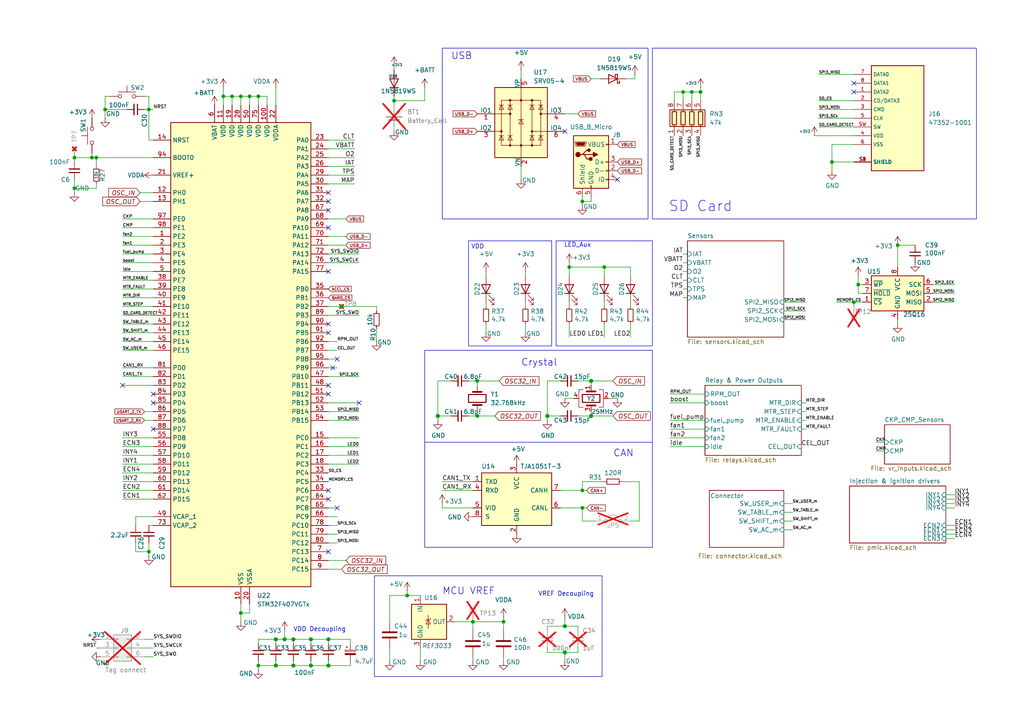
<source format=kicad_sch>
(kicad_sch (version 20241209) (generator "eeschema") (generator_version "8.99")
  (paper "A4")
  (title_block (title "μEFI (Speeduino FW compatible)") (date "2023-12-25") (rev "v7.0") (company "Churrosoft ®") (comment 1 "CERN-OHL-S-2.0 license"))
  (rectangle (start 123.19 101.6) (end 189.23 128.27))
  (rectangle (start 161.29 69.85) (end 189.23 100.33))
  (rectangle (start 189.23 13.97) (end 283.21 63.5))
  (rectangle (start 123.19 128.27) (end 189.23 158.75))
  (rectangle (start 108.585 167.005) (end 174.625 196.215))
  (rectangle (start 128.27 13.97) (end 187.96 63.5))
  (text "Crystal" (at 151.13 106.426 0) (effects (font (size 2 2)) (justify left bottom)))
  (text "VDD Decoupling" (at 85.09 183.388 0) (effects (font (size 1.27 1.27)) (justify left bottom)))
  (text "MCU VREF" (at 128.27 172.72 0) (effects (font (size 2 2)) (justify left bottom)))
  (text "VDD" (at 140.462 72.39 0) (effects (font (size 1.27 1.27)) (justify right bottom)))
  (text "LED_Aux" (at 171.45 71.882 0) (effects (font (size 1.27 1.27)) (justify right bottom)))
  (text "SD Card" (at 203.2 59.944 0) (effects (font (size 3 3))))
  (text "USB" (at 130.81 17.526 0) (effects (font (size 2 2)) (justify left bottom)))
  (text "CAN" (at 180.848 131.572 0) (effects (font (size 2 2))))
  (text "VREF Decoupling" (at 156.083 173.101 0) (effects (font (size 1.27 1.27)) (justify left bottom)))
  (junction (at 72.39 27.94))
  (junction (at 171.45 120.65) (diameter 1.016))
  (junction (at 69.85 177.8))
  (junction (at 146.05 180.34))
  (junction (at 168.91 142.24))
  (junction (at 203.2 26.67))
  (junction (at 27.94 45.72))
  (junction (at 80.01 185.42) (diameter 1.016))
  (junction (at 99.06 88.9))
  (junction (at 163.83 189.23) (diameter 1.016))
  (junction (at 137.16 180.34))
  (junction (at 138.43 110.49))
  (junction (at 175.26 77.47))
  (junction (at 168.91 147.32))
  (junction (at 74.93 193.04))
  (junction (at 200.66 26.67))
  (junction (at 80.01 193.04) (diameter 1.016))
  (junction (at 43.18 160.02))
  (junction (at 69.85 27.94))
  (junction (at 26.67 45.72))
  (junction (at 67.31 27.94))
  (junction (at 85.09 185.42) (diameter 1.016))
  (junction (at 247.65 87.63))
  (junction (at 138.43 120.65))
  (junction (at 82.55 185.42) (diameter 1.016))
  (junction (at 198.12 26.67))
  (junction (at 241.3 46.99))
  (junction (at 127 120.65) (diameter 1.016))
  (junction (at 118.11 172.72))
  (junction (at 165.1 77.47))
  (junction (at 171.45 110.49) (diameter 1.016))
  (junction (at 64.77 27.94))
  (junction (at 95.25 185.42) (diameter 1.016))
  (junction (at 95.25 193.04) (diameter 1.016))
  (junction (at 21.59 45.72))
  (junction (at 74.93 27.94))
  (junction (at 163.83 181.61) (diameter 1.016))
  (junction (at 85.09 193.04) (diameter 1.016))
  (junction (at 168.91 58.42))
  (junction (at 30.48 31.75))
  (junction (at 260.35 71.12))
  (junction (at 43.18 31.75))
  (junction (at 90.17 185.42) (diameter 1.016))
  (junction (at 158.75 120.65) (diameter 1.016))
  (junction (at 114.3 29.21))
  (junction (at 90.17 193.04) (diameter 1.016))
  (junction (at 21.59 54.61))
  (junction (at 248.92 82.55))
  (no_connect (at 95.25 93.98))
  (no_connect (at 247.65 24.13))
  (no_connect (at 95.25 66.04))
  (no_connect (at 247.65 26.67))
  (no_connect (at 104.14 116.84))
  (no_connect (at 95.25 142.24))
  (no_connect (at 44.45 116.84))
  (no_connect (at 95.25 114.3))
  (no_connect (at 95.25 96.52))
  (no_connect (at 96.52 106.68))
  (no_connect (at 35.56 111.76))
  (no_connect (at 97.79 104.14))
  (no_connect (at 95.25 58.42))
  (no_connect (at 97.79 147.32))
  (no_connect (at 95.25 78.74))
  (no_connect (at 95.25 160.02))
  (no_connect (at 95.25 60.96))
  (no_connect (at 44.45 124.46))
  (no_connect (at 95.25 55.88))
  (no_connect (at 163.83 38.1))
  (no_connect (at 179.07 52.07))
  (no_connect (at 95.25 144.78))
  (no_connect (at 44.45 114.3))
  (no_connect (at 95.25 111.76))
  (wire (pts (xy 168.91 151.13) (xy 168.91 147.32)))
  (wire (pts (xy 163.83 33.02) (xy 167.64 33.02)))
  (wire (pts (xy 41.91 190.5) (xy 44.45 190.5)))
  (wire (pts (xy 138.43 120.65) (xy 138.43 119.38)))
  (wire (pts (xy 95.25 109.22) (xy 104.14 109.22)))
  (wire (pts (xy 250.19 87.63) (xy 247.65 87.63)))
  (wire (pts (xy 198.12 76.2) (xy 199.39 76.2)))
  (wire (pts (xy 35.56 91.44) (xy 44.45 91.44)))
  (wire (pts (xy 35.56 134.62) (xy 44.45 134.62)))
  (wire (pts (xy 165.1 87.63) (xy 165.1 88.9)))
  (wire (pts (xy 274.32 144.78) (xy 276.86 144.78)))
  (wire (pts (xy 175.26 77.47) (xy 175.26 80.01)))
  (wire (pts (xy 254 130.81) (xy 256.54 130.81)))
  (wire (pts (xy 168.91 58.42) (xy 171.45 58.42)))
  (wire (pts (xy 184.15 22.86) (xy 181.61 22.86)))
  (wire (pts (xy 95.25 121.92) (xy 104.14 121.92)))
  (wire (pts (xy 232.41 116.84) (xy 233.68 116.84)))
  (wire (pts (xy 158.75 189.23) (xy 158.75 187.96)))
  (wire (pts (xy 35.56 93.98) (xy 44.45 93.98)))
  (wire (pts (xy 177.8 120.65) (xy 171.45 120.65)))
  (wire (pts (xy 95.25 91.44) (xy 104.14 91.44)))
  (wire (pts (xy 182.88 93.98) (xy 182.88 97.79)))
  (wire (pts (xy 248.92 82.55) (xy 250.19 82.55)))
  (wire (pts (xy 95.25 99.06) (xy 97.79 99.06)))
  (wire (pts (xy 184.15 21.59) (xy 184.15 22.86)))
  (wire (pts (xy 194.31 129.54) (xy 204.47 129.54)))
  (wire (pts (xy 237.49 29.21) (xy 247.65 29.21)))
  (wire (pts (xy 97.79 152.4) (xy 95.25 152.4)))
  (wire (pts (xy 227.33 146.05) (xy 229.87 146.05)))
  (wire (pts (xy 99.06 88.9) (xy 109.22 88.9)))
  (wire (pts (xy 185.42 151.13) (xy 182.88 151.13)))
  (wire (pts (xy 95.25 48.26) (xy 102.87 48.26)))
  (wire (pts (xy 163.83 181.61) (xy 167.64 181.61)))
  (wire (pts (xy 200.66 26.67) (xy 200.66 29.21)))
  (polyline (pts (xy 135.89 100.33) (xy 160.02 100.33)) (stroke (width 0.152) (type solid)))
  (wire (pts (xy 44.45 149.86) (xy 39.37 149.86)))
  (wire (pts (xy 97.79 149.86) (xy 95.25 149.86)))
  (wire (pts (xy 128.27 147.32) (xy 137.16 147.32)))
  (wire (pts (xy 27.94 45.72) (xy 44.45 45.72)))
  (wire (pts (xy 35.56 83.82) (xy 44.45 83.82)))
  (wire (pts (xy 248.92 80.01) (xy 248.92 82.55)))
  (wire (pts (xy 227.33 148.59) (xy 229.87 148.59)))
  (wire (pts (xy 39.37 149.86) (xy 39.37 152.4)))
  (wire (pts (xy 123.19 29.21) (xy 114.3 29.21)))
  (wire (pts (xy 162.56 110.49) (xy 158.75 110.49)))
  (wire (pts (xy 152.4 87.63) (xy 152.4 88.9)))
  (wire (pts (xy 31.75 27.94) (xy 30.48 27.94)))
  (wire (pts (xy 194.31 121.92) (xy 204.47 121.92)))
  (wire (pts (xy 276.86 154.94) (xy 274.32 154.94)))
  (wire (pts (xy 165.1 76.2) (xy 165.1 77.47)))
  (wire (pts (xy 95.25 147.32) (xy 97.79 147.32)))
  (wire (pts (xy 109.22 88.9) (xy 109.22 90.17)))
  (wire (pts (xy 237.49 31.75) (xy 247.65 31.75)))
  (wire (pts (xy 82.55 182.88) (xy 82.55 185.42)))
  (wire (pts (xy 95.25 53.34) (xy 102.87 53.34)))
  (wire (pts (xy 90.17 186.69) (xy 90.17 185.42)))
  (wire (pts (xy 69.85 177.8) (xy 69.85 180.34)))
  (wire (pts (xy 198.12 86.36) (xy 199.39 86.36)))
  (wire (pts (xy 80.01 25.4) (xy 80.01 30.48)))
  (wire (pts (xy 175.26 87.63) (xy 175.26 88.9)))
  (wire (pts (xy 41.91 185.42) (xy 44.45 185.42)))
  (wire (pts (xy 95.25 43.18) (xy 102.87 43.18)))
  (wire (pts (xy 74.93 193.04) (xy 80.01 193.04)))
  (wire (pts (xy 167.64 187.96) (xy 167.64 189.23)))
  (wire (pts (xy 26.67 44.45) (xy 26.67 45.72)))
  (wire (pts (xy 40.64 58.42) (xy 44.45 58.42)))
  (wire (pts (xy 35.56 68.58) (xy 44.45 68.58)))
  (wire (pts (xy 198.12 26.67) (xy 198.12 29.21)))
  (wire (pts (xy 35.56 99.06) (xy 44.45 99.06)))
  (wire (pts (xy 80.01 186.69) (xy 80.01 185.42)))
  (wire (pts (xy 180.34 139.7) (xy 185.42 139.7)))
  (wire (pts (xy 200.66 26.67) (xy 198.12 26.67)))
  (wire (pts (xy 203.2 26.67) (xy 203.2 29.21)))
  (wire (pts (xy 43.18 31.75) (xy 43.18 40.64)))
  (wire (pts (xy 274.32 147.32) (xy 276.86 147.32)))
  (wire (pts (xy 95.25 116.84) (xy 104.14 116.84)))
  (wire (pts (xy 100.33 68.58) (xy 95.25 68.58)))
  (wire (pts (xy 64.77 25.4) (xy 64.77 27.94)))
  (wire (pts (xy 74.93 194.31) (xy 74.93 193.04)))
  (wire (pts (xy 175.26 77.47) (xy 165.1 77.47)))
  (wire (pts (xy 128.27 146.05) (xy 128.27 147.32)))
  (wire (pts (xy 194.31 124.46) (xy 204.47 124.46)))
  (wire (pts (xy 276.86 153.67) (xy 274.32 153.67)))
  (wire (pts (xy 69.85 27.94) (xy 67.31 27.94)))
  (wire (pts (xy 30.48 31.75) (xy 30.48 27.94)))
  (wire (pts (xy 27.94 187.96) (xy 29.21 187.96)))
  (wire (pts (xy 146.05 180.34) (xy 146.05 182.88)))
  (wire (pts (xy 194.31 116.84) (xy 204.47 116.84)))
  (wire (pts (xy 241.3 41.91) (xy 241.3 46.99)))
  (wire (pts (xy 80.01 193.04) (xy 85.09 193.04)))
  (polyline (pts (xy 135.89 69.85) (xy 160.02 69.85)) (stroke (width 0.152) (type solid)))
  (wire (pts (xy 140.97 87.63) (xy 140.97 88.9)))
  (wire (pts (xy 237.49 34.29) (xy 247.65 34.29)))
  (wire (pts (xy 236.22 39.37) (xy 247.65 39.37)))
  (wire (pts (xy 72.39 27.94) (xy 69.85 27.94)))
  (wire (pts (xy 138.43 110.49) (xy 138.43 111.76)))
  (wire (pts (xy 182.88 87.63) (xy 182.88 88.9)))
  (wire (pts (xy 237.49 36.83) (xy 247.65 36.83)))
  (wire (pts (xy 114.3 19.05) (xy 114.3 20.32)))
  (wire (pts (xy 39.37 157.48) (xy 39.37 160.02)))
  (wire (pts (xy 35.56 81.28) (xy 44.45 81.28)))
  (wire (pts (xy 247.65 88.9) (xy 247.65 87.63)))
  (wire (pts (xy 171.45 22.86) (xy 173.99 22.86)))
  (wire (pts (xy 90.17 185.42) (xy 95.25 185.42)))
  (wire (pts (xy 21.59 45.72) (xy 21.59 46.99)))
  (wire (pts (xy 104.14 134.62) (xy 95.25 134.62)))
  (wire (pts (xy 43.18 152.4) (xy 44.45 152.4)))
  (wire (pts (xy 163.83 191.77) (xy 163.83 189.23)))
  (polyline (pts (xy 160.02 100.33) (xy 160.02 69.85)) (stroke (width 0.152) (type solid)))
  (wire (pts (xy 137.16 180.34) (xy 137.16 182.88)))
  (wire (pts (xy 241.3 49.53) (xy 241.3 46.99)))
  (wire (pts (xy 158.75 182.88) (xy 158.75 181.61)))
  (wire (pts (xy 175.26 93.98) (xy 175.26 97.79)))
  (wire (pts (xy 95.25 45.72) (xy 102.87 45.72)))
  (wire (pts (xy 248.92 85.09) (xy 248.92 82.55)))
  (wire (pts (xy 72.39 27.94) (xy 72.39 30.48)))
  (wire (pts (xy 198.12 81.28) (xy 199.39 81.28)))
  (wire (pts (xy 227.33 92.71) (xy 233.68 92.71)))
  (wire (pts (xy 260.35 77.47) (xy 260.35 71.12)))
  (wire (pts (xy 227.33 90.17) (xy 233.68 90.17)))
  (wire (pts (xy 35.56 142.24) (xy 44.45 142.24)))
  (wire (pts (xy 175.26 139.7) (xy 168.91 139.7)))
  (wire (pts (xy 128.27 142.24) (xy 137.16 142.24)))
  (wire (pts (xy 171.45 120.65) (xy 171.45 119.38)))
  (wire (pts (xy 43.18 157.48) (xy 43.18 160.02)))
  (wire (pts (xy 165.1 93.98) (xy 165.1 97.79)))
  (wire (pts (xy 163.83 189.23) (xy 158.75 189.23)))
  (wire (pts (xy 35.56 109.22) (xy 44.45 109.22)))
  (wire (pts (xy 36.83 31.75) (xy 30.48 31.75)))
  (wire (pts (xy 113.03 172.72) (xy 113.03 180.34)))
  (wire (pts (xy 101.6 185.42) (xy 95.25 185.42)))
  (wire (pts (xy 69.85 175.26) (xy 69.85 177.8)))
  (wire (pts (xy 123.19 25.4) (xy 123.19 29.21)))
  (wire (pts (xy 21.59 45.72) (xy 26.67 45.72)))
  (wire (pts (xy 185.42 139.7) (xy 185.42 151.13)))
  (wire (pts (xy 130.81 110.49) (xy 127 110.49)))
  (wire (pts (xy 101.6 186.69) (xy 101.6 185.42)))
  (wire (pts (xy 237.49 21.59) (xy 247.65 21.59)))
  (wire (pts (xy 171.45 57.15) (xy 171.45 58.42)))
  (wire (pts (xy 163.83 179.07) (xy 163.83 181.61)))
  (wire (pts (xy 274.32 146.05) (xy 276.86 146.05)))
  (wire (pts (xy 95.25 191.77) (xy 95.25 193.04)))
  (wire (pts (xy 43.18 27.94) (xy 43.18 31.75)))
  (wire (pts (xy 69.85 27.94) (xy 69.85 30.48)))
  (wire (pts (xy 35.56 139.7) (xy 44.45 139.7)))
  (wire (pts (xy 232.41 124.46) (xy 233.68 124.46)))
  (wire (pts (xy 113.03 172.72) (xy 118.11 172.72)))
  (wire (pts (xy 121.92 191.77) (xy 121.92 187.96)))
  (wire (pts (xy 67.31 30.48) (xy 67.31 27.94)))
  (wire (pts (xy 198.12 83.82) (xy 199.39 83.82)))
  (wire (pts (xy 140.97 78.74) (xy 140.97 80.01)))
  (wire (pts (xy 276.86 152.4) (xy 274.32 152.4)))
  (wire (pts (xy 95.25 127) (xy 104.14 127)))
  (wire (pts (xy 168.91 147.32) (xy 170.18 147.32)))
  (wire (pts (xy 95.25 129.54) (xy 104.14 129.54)))
  (wire (pts (xy 85.09 193.04) (xy 90.17 193.04)))
  (wire (pts (xy 95.25 119.38) (xy 104.14 119.38)))
  (wire (pts (xy 35.56 137.16) (xy 44.45 137.16)))
  (wire (pts (xy 276.86 156.21) (xy 274.32 156.21)))
  (wire (pts (xy 95.25 157.48) (xy 97.79 157.48)))
  (wire (pts (xy 127 121.92) (xy 127 120.65)))
  (wire (pts (xy 128.27 139.7) (xy 137.16 139.7)))
  (wire (pts (xy 95.25 154.94) (xy 97.79 154.94)))
  (wire (pts (xy 168.91 142.24) (xy 170.18 142.24)))
  (wire (pts (xy 74.93 185.42) (xy 80.01 185.42)))
  (wire (pts (xy 158.75 181.61) (xy 163.83 181.61)))
  (wire (pts (xy 232.41 119.38) (xy 233.68 119.38)))
  (wire (pts (xy 241.3 46.99) (xy 247.65 46.99)))
  (wire (pts (xy 152.4 78.74) (xy 152.4 80.01)))
  (wire (pts (xy 113.03 187.96) (xy 113.03 191.77)))
  (wire (pts (xy 35.56 78.74) (xy 44.45 78.74)))
  (wire (pts (xy 260.35 71.12) (xy 265.43 71.12)))
  (wire (pts (xy 35.56 144.78) (xy 44.45 144.78)))
  (wire (pts (xy 72.39 177.8) (xy 69.85 177.8)))
  (wire (pts (xy 260.35 92.71) (xy 260.35 93.98)))
  (wire (pts (xy 168.91 139.7) (xy 168.91 142.24)))
  (wire (pts (xy 40.64 55.88) (xy 44.45 55.88)))
  (wire (pts (xy 227.33 151.13) (xy 229.87 151.13)))
  (wire (pts (xy 165.1 77.47) (xy 165.1 80.01)))
  (wire (pts (xy 101.6 191.77) (xy 101.6 193.04)))
  (wire (pts (xy 74.93 185.42) (xy 74.93 186.69)))
  (wire (pts (xy 44.45 40.64) (xy 43.18 40.64)))
  (wire (pts (xy 270.51 87.63) (xy 276.86 87.63)))
  (wire (pts (xy 270.51 85.09) (xy 276.86 85.09)))
  (wire (pts (xy 195.58 26.67) (xy 195.58 29.21)))
  (wire (pts (xy 21.59 52.07) (xy 21.59 54.61)))
  (wire (pts (xy 203.2 25.4) (xy 203.2 26.67)))
  (wire (pts (xy 162.56 142.24) (xy 168.91 142.24)))
  (wire (pts (xy 27.94 54.61) (xy 21.59 54.61)))
  (wire (pts (xy 227.33 87.63) (xy 233.68 87.63)))
  (wire (pts (xy 64.77 27.94) (xy 64.77 30.48)))
  (wire (pts (xy 27.94 45.72) (xy 26.67 45.72)))
  (wire (pts (xy 167.64 181.61) (xy 167.64 182.88)))
  (wire (pts (xy 90.17 191.77) (xy 90.17 193.04)))
  (wire (pts (xy 151.13 20.32) (xy 151.13 22.86)))
  (wire (pts (xy 109.22 95.25) (xy 109.22 99.06)))
  (wire (pts (xy 43.18 160.02) (xy 43.18 161.29)))
  (wire (pts (xy 177.8 110.49) (xy 171.45 110.49)))
  (wire (pts (xy 232.41 121.92) (xy 233.68 121.92)))
  (wire (pts (xy 85.09 191.77) (xy 85.09 193.04)))
  (wire (pts (xy 198.12 73.66) (xy 199.39 73.66)))
  (wire (pts (xy 137.16 191.77) (xy 137.16 190.5)))
  (wire (pts (xy 168.91 58.42) (xy 168.91 57.15)))
  (wire (pts (xy 44.45 106.68) (xy 35.56 106.68)))
  (wire (pts (xy 35.56 132.08) (xy 44.45 132.08)))
  (wire (pts (xy 100.33 71.12) (xy 95.25 71.12)))
  (wire (pts (xy 97.79 101.6) (xy 95.25 101.6)))
  (wire (pts (xy 171.45 110.49) (xy 171.45 111.76)))
  (wire (pts (xy 114.3 27.94) (xy 114.3 29.21)))
  (wire (pts (xy 44.45 121.92) (xy 41.91 121.92)))
  (wire (pts (xy 95.25 50.8) (xy 102.87 50.8)))
  (wire (pts (xy 74.93 191.77) (xy 74.93 193.04)))
  (wire (pts (xy 95.25 73.66) (xy 104.14 73.66)))
  (wire (pts (xy 95.25 193.04) (xy 90.17 193.04)))
  (wire (pts (xy 95.25 162.56) (xy 100.33 162.56)))
  (wire (pts (xy 30.48 34.29) (xy 30.48 31.75)))
  (wire (pts (xy 35.56 71.12) (xy 44.45 71.12)))
  (wire (pts (xy 198.12 78.74) (xy 199.39 78.74)))
  (wire (pts (xy 21.59 54.61) (xy 21.59 55.88)))
  (wire (pts (xy 35.56 101.6) (xy 44.45 101.6)))
  (wire (pts (xy 179.07 115.57) (xy 176.53 115.57)))
  (wire (pts (xy 135.89 120.65) (xy 138.43 120.65)))
  (wire (pts (xy 35.56 111.76) (xy 44.45 111.76)))
  (wire (pts (xy 137.16 180.34) (xy 146.05 180.34)))
  (wire (pts (xy 151.13 48.26) (xy 151.13 52.07)))
  (wire (pts (xy 100.33 63.5) (xy 95.25 63.5)))
  (wire (pts (xy 97.79 104.14) (xy 95.25 104.14)))
  (wire (pts (xy 35.56 73.66) (xy 44.45 73.66)))
  (wire (pts (xy 77.47 27.94) (xy 77.47 30.48)))
  (wire (pts (xy 200.66 26.67) (xy 203.2 26.67)))
  (wire (pts (xy 35.56 129.54) (xy 44.45 129.54)))
  (wire (pts (xy 72.39 175.26) (xy 72.39 177.8)))
  (wire (pts (xy 167.64 110.49) (xy 171.45 110.49)))
  (wire (pts (xy 114.3 29.21) (xy 114.3 30.48)))
  (wire (pts (xy 27.94 53.34) (xy 27.94 54.61)))
  (wire (pts (xy 194.31 114.3) (xy 204.47 114.3)))
  (wire (pts (xy 41.91 119.38) (xy 44.45 119.38)))
  (wire (pts (xy 140.97 96.52) (xy 140.97 93.98)))
  (wire (pts (xy 146.05 191.77) (xy 146.05 190.5)))
  (wire (pts (xy 168.91 59.69) (xy 168.91 58.42)))
  (wire (pts (xy 27.94 48.26) (xy 27.94 45.72)))
  (wire (pts (xy 167.64 189.23) (xy 163.83 189.23)))
  (wire (pts (xy 80.01 185.42) (xy 82.55 185.42)))
  (wire (pts (xy 35.56 88.9) (xy 44.45 88.9)))
  (wire (pts (xy 95.25 132.08) (xy 104.14 132.08)))
  (wire (pts (xy 242.57 87.63) (xy 247.65 87.63)))
  (wire (pts (xy 143.51 120.65) (xy 138.43 120.65)))
  (wire (pts (xy 85.09 185.42) (xy 90.17 185.42)))
  (wire (pts (xy 182.88 77.47) (xy 175.26 77.47)))
  (wire (pts (xy 146.05 179.07) (xy 146.05 180.34)))
  (wire (pts (xy 35.56 86.36) (xy 44.45 86.36)))
  (wire (pts (xy 21.59 43.18) (xy 21.59 45.72)))
  (wire (pts (xy 162.56 147.32) (xy 168.91 147.32)))
  (wire (pts (xy 95.25 76.2) (xy 104.14 76.2)))
  (wire (pts (xy 41.91 187.96) (xy 44.45 187.96)))
  (wire (pts (xy 35.56 63.5) (xy 44.45 63.5)))
  (wire (pts (xy 44.45 31.75) (xy 43.18 31.75)))
  (wire (pts (xy 39.37 160.02) (xy 43.18 160.02)))
  (wire (pts (xy 121.92 172.72) (xy 118.11 172.72)))
  (wire (pts (xy 254 128.27) (xy 256.54 128.27)))
  (wire (pts (xy 95.25 88.9) (xy 99.06 88.9)))
  (wire (pts (xy 118.11 171.45) (xy 118.11 172.72)))
  (wire (pts (xy 250.19 85.09) (xy 248.92 85.09)))
  (wire (pts (xy 135.89 110.49) (xy 138.43 110.49)))
  (wire (pts (xy 195.58 26.67) (xy 198.12 26.67)))
  (wire (pts (xy 163.83 115.57) (xy 166.37 115.57)))
  (wire (pts (xy 158.75 110.49) (xy 158.75 120.65)))
  (wire (pts (xy 35.56 66.04) (xy 44.45 66.04)))
  (wire (pts (xy 95.25 185.42) (xy 95.25 186.69)))
  (wire (pts (xy 80.01 191.77) (xy 80.01 193.04)))
  (wire (pts (xy 67.31 27.94) (xy 64.77 27.94)))
  (polyline (pts (xy 135.89 69.85) (xy 135.89 100.33)) (stroke (width 0.152) (type solid)))
  (wire (pts (xy 144.78 110.49) (xy 138.43 110.49)))
  (wire (pts (xy 127 120.65) (xy 130.81 120.65)))
  (wire (pts (xy 41.91 27.94) (xy 43.18 27.94)))
  (wire (pts (xy 127 110.49) (xy 127 120.65)))
  (wire (pts (xy 274.32 143.51) (xy 276.86 143.51)))
  (wire (pts (xy 172.72 151.13) (xy 168.91 151.13)))
  (wire (pts (xy 101.6 193.04) (xy 95.25 193.04)))
  (wire (pts (xy 95.25 165.1) (xy 99.06 165.1)))
  (wire (pts (xy 270.51 82.55) (xy 276.86 82.55)))
  (wire (pts (xy 158.75 120.65) (xy 162.56 120.65)))
  (wire (pts (xy 82.55 185.42) (xy 85.09 185.42)))
  (wire (pts (xy 132.08 180.34) (xy 137.16 180.34)))
  (wire (pts (xy 227.33 153.67) (xy 229.87 153.67)))
  (wire (pts (xy 35.56 76.2) (xy 44.45 76.2)))
  (wire (pts (xy 167.64 120.65) (xy 171.45 120.65)))
  (wire (pts (xy 95.25 40.64) (xy 102.87 40.64)))
  (wire (pts (xy 247.65 41.91) (xy 241.3 41.91)))
  (wire (pts (xy 35.56 127) (xy 44.45 127)))
  (wire (pts (xy 74.93 27.94) (xy 74.93 30.48)))
  (wire (pts (xy 74.93 27.94) (xy 72.39 27.94)))
  (wire (pts (xy 152.4 96.52) (xy 152.4 93.98)))
  (wire (pts (xy 182.88 77.47) (xy 182.88 80.01)))
  (wire (pts (xy 35.56 96.52) (xy 44.45 96.52)))
  (wire (pts (xy 43.18 31.75) (xy 41.91 31.75)))
  (wire (pts (xy 97.79 106.68) (xy 95.25 106.68)))
  (wire (pts (xy 77.47 27.94) (xy 74.93 27.94)))
  (wire (pts (xy 194.31 127) (xy 204.47 127)))
  (wire (pts (xy 158.75 121.92) (xy 158.75 120.65)))
  (wire (pts (xy 85.09 186.69) (xy 85.09 185.42)))
  (label "SPI2_SCK" (at 233.68 90.17 180) (effects (font (size 0.7874 0.7874))))
  (label "MTR_STEP" (at 35.56 88.9 0) (effects (font (size 0.8 0.8))))
  (label "SW_SHIFT_m" (at 35.56 96.52 0) (effects (font (size 0.8 0.8))))
  (label "ECN4" (at 35.56 137.16 0))
  (label "MTR_DIR" (at 233.68 116.84 0) (effects (font (size 0.889 0.889))))
  (label "INY4" (at 35.56 132.08 0))
  (label "SYS_SWDIO" (at 44.45 185.42 0) (effects (font (size 0.9906 0.9906))))
  (label "SPI3_MOSI" (at 198.12 39.37 270) (effects (font (size 0.7874 0.7874))))
  (label "ECN4" (at 276.86 156.21 0))
  (label "fuel_pump" (at 35.56 73.66 0) (effects (font (size 0.8 0.8))))
  (label "SPI2_SCK" (at 104.14 109.22 180) (effects (font (size 0.7874 0.7874))))
  (label "MTR_FAULT" (at 35.56 83.82 0) (effects (font (size 0.8 0.8))))
  (label "fuel_pump" (at 194.31 121.92 0))
  (label "SYS_SWCLK" (at 44.45 187.96 0) (effects (font (size 0.9906 0.9906))))
  (label "SD_CS" (at 237.49 29.21 0) (effects (font (size 0.7874 0.7874))))
  (label "SW_SHIFT_m" (at 229.87 151.13 0) (effects (font (size 0.8 0.8))))
  (label "IAT" (at 198.12 73.66 180))
  (label "ECN1" (at 35.56 144.78 0))
  (label "ECN3" (at 276.86 154.94 0))
  (label "CMP" (at 35.56 66.04 0) (effects (font (size 0.889 0.889))))
  (label "SYS_SWO" (at 104.14 91.44 180) (effects (font (size 0.9906 0.9906))))
  (label "INY1" (at 276.86 143.51 0))
  (label "CEL_OUT" (at 232.41 129.54 0))
  (label "SW_TABLE_m" (at 229.87 148.59 0) (effects (font (size 0.8 0.8))))
  (label "SW_USER_m" (at 35.56 101.6 0) (effects (font (size 0.8 0.8))))
  (label "SPI3_MOSI" (at 97.79 157.48 0) (effects (font (size 0.7874 0.7874))))
  (label "SPI3_MOSI" (at 237.49 31.75 0) (effects (font (size 0.7874 0.7874))))
  (label "SPI3_SCk" (at 97.79 152.4 0) (effects (font (size 0.7874 0.7874))))
  (label "CKP" (at 35.56 63.5 0) (effects (font (size 0.889 0.889))))
  (label "SPI3_SCk" (at 200.66 39.37 270) (effects (font (size 0.7874 0.7874))))
  (label "IAT" (at 102.87 48.26 180))
  (label "VBATT" (at 102.87 43.18 180))
  (label "MTR_ENABLE" (at 233.68 121.92 0) (effects (font (size 0.889 0.889))))
  (label "idle" (at 194.31 129.54 0))
  (label "CKP" (at 254 128.27 0) (effects (font (size 0.889 0.889))))
  (label "CLT" (at 198.12 81.28 180))
  (label "INY3" (at 276.86 146.05 0))
  (label "SW_TABLE_m" (at 35.56 93.98 0) (effects (font (size 0.8 0.8))))
  (label "ECN3" (at 35.56 129.54 0))
  (label "VBATT" (at 198.12 76.2 180))
  (label "SPI2_MOSI" (at 276.86 85.09 180) (effects (font (size 0.7874 0.7874))))
  (label "NRST" (at 27.94 187.96 180) (effects (font (size 0.9906 0.9906))))
  (label "SPI3_MISO" (at 237.49 21.59 0) (effects (font (size 0.7874 0.7874))))
  (label "CAN1_TX" (at 128.27 139.7 0))
  (label "ECN2" (at 35.56 142.24 0))
  (label "CAN1_RX" (at 128.27 142.24 0))
  (label "MEMORY_CS" (at 242.57 87.63 0) (effects (font (size 0.8 0.8))))
  (label "LED2" (at 104.14 134.62 180) (effects (font (size 0.889 0.889))))
  (label "MTR_DIR" (at 35.56 86.36 0) (effects (font (size 0.8 0.8))))
  (label "SYS_SWO" (at 44.45 190.5 0) (effects (font (size 0.9906 0.9906))))
  (label "MTR_FAULT" (at 233.68 124.46 0) (effects (font (size 0.889 0.889))))
  (label "MAP" (at 198.12 86.36 180))
  (label "SD_CARD_DETECT" (at 237.49 36.83 0) (effects (font (size 0.7874 0.7874))))
  (label "LED0" (at 165.1 97.79 0))
  (label "SPI2_MISO" (at 104.14 119.38 180) (effects (font (size 0.7874 0.7874))))
  (label "INY2" (at 35.56 139.7 0))
  (label "RPM_OUT" (at 97.79 99.06 0) (effects (font (size 0.889 0.889))))
  (label "CAN1_RX" (at 35.56 106.68 0) (effects (font (size 0.889 0.889))))
  (label "SYS_SWCLK" (at 104.14 76.2 180) (effects (font (size 0.9906 0.9906))))
  (label "TPS" (at 198.12 83.82 180))
  (label "SPI3_MISO" (at 97.79 154.94 0) (effects (font (size 0.7874 0.7874))))
  (label "SD_CS" (at 95.25 137.16 0) (effects (font (size 0.7874 0.7874))))
  (label "boost" (at 194.31 116.84 0))
  (label "CMP" (at 254 130.81 0) (effects (font (size 0.889 0.889))))
  (label "O2" (at 102.87 45.72 180))
  (label "LED0" (at 104.14 129.54 180) (effects (font (size 0.889 0.889))))
  (label "SPI2_MOSI" (at 104.14 121.92 180) (effects (font (size 0.7874 0.7874))))
  (label "MEMORY_CS" (at 95.25 139.7 0) (effects (font (size 0.8 0.8))))
  (label "LED1" (at 175.26 97.79 180))
  (label "fan2" (at 194.31 127 0))
  (label "SPI2_MISO" (at 276.86 87.63 180) (effects (font (size 0.7874 0.7874))))
  (label "SPI2_MISO" (at 233.68 87.63 180) (effects (font (size 0.7874 0.7874))))
  (label "idle" (at 35.56 78.74 0) (effects (font (size 0.8 0.8))))
  (label "SW_USER_m" (at 229.87 146.05 0) (effects (font (size 0.8 0.8))))
  (label "O2" (at 198.12 78.74 180))
  (label "SPI2_SCK" (at 276.86 82.55 180) (effects (font (size 0.7874 0.7874))))
  (label "SD_CARD_DETECT" (at 195.58 39.37 270) (effects (font (size 0.7874 0.7874))))
  (label "MAP" (at 102.87 53.34 180))
  (label "CAN1_TX" (at 35.56 109.22 0) (effects (font (size 0.889 0.889))))
  (label "INY3" (at 35.56 127 0))
  (label "MTR_ENABLE" (at 35.56 81.28 0) (effects (font (size 0.8 0.8))))
  (label "fan1" (at 35.56 71.12 0) (effects (font (size 0.8 0.8))))
  (label "ECN2" (at 276.86 153.67 0))
  (label "INY4" (at 276.86 147.32 0))
  (label "SD_CARD_DETECT" (at 35.56 91.44 0) (effects (font (size 0.7874 0.7874))))
  (label "SYS_SWDIO" (at 104.14 73.66 180) (effects (font (size 0.9906 0.9906))))
  (label "INY1" (at 35.56 134.62 0))
  (label "SW_AC_m" (at 35.56 99.06 0) (effects (font (size 0.8 0.8))))
  (label "SPI3_MISO" (at 203.2 39.37 270) (effects (font (size 0.7874 0.7874))))
  (label "LED1" (at 104.14 132.08 180) (effects (font (size 0.889 0.889))))
  (label "LED2" (at 182.88 97.79 180))
  (label "CEL_OUT" (at 97.79 101.6 0) (effects (font (size 0.8 0.8))))
  (label "fan2" (at 35.56 68.58 0) (effects (font (size 0.8 0.8))))
  (label "SPI2_MOSI" (at 233.68 92.71 180) (effects (font (size 0.7874 0.7874))))
  (label "CLT" (at 102.87 40.64 180))
  (label "boost" (at 35.56 76.2 0) (effects (font (size 0.8 0.8))))
  (label "INY2" (at 276.86 144.78 0))
  (label "NRST" (at 44.45 31.75 0) (effects (font (size 0.9906 0.9906))))
  (label "MTR_STEP" (at 233.68 119.38 0) (effects (font (size 0.889 0.889))))
  (label "ECN1" (at 276.86 152.4 0))
  (label "SPI3_SCk" (at 237.49 34.29 0) (effects (font (size 0.7874 0.7874))))
  (label "SW_AC_m" (at 229.87 153.67 0) (effects (font (size 0.8 0.8))))
  (label "TPS" (at 102.87 50.8 180))
  (label "fan1" (at 194.31 124.46 0))
  (label "RPM_OUT" (at 194.31 114.3 0) (effects (font (size 0.889 0.889))))
  (global_label "OSC_IN" (shape input) (at 40.64 55.88 180) (effects (font (italic yes))) (property "Intersheetrefs" "${INTERSHEET_REFS}" (effects (hide yes))))
  (global_label "OSC32_IN" (shape input) (at 144.78 110.49 0) (effects (font (italic yes))) (property "Intersheetrefs" "${INTERSHEET_REFS}" (effects (hide yes))))
  (global_label "USB_D-" (shape input) (at 100.33 68.58 0) (effects (font (size 0.889 0.889))) (property "Intersheetrefs" "${INTERSHEET_REFS}" (effects (hide yes))))
  (global_label "USB_D+" (shape input) (at 100.33 71.12 0) (effects (font (size 0.889 0.889))) (property "Intersheetrefs" "${INTERSHEET_REFS}" (effects (hide yes))))
  (global_label "USB_D+" (shape input) (at 179.07 46.99 0) (effects (font (size 0.889 0.889))) (property "Intersheetrefs" "${INTERSHEET_REFS}" (effects (hide yes))))
  (global_label "VBUS" (shape input) (at 100.33 63.5 0) (effects (font (size 0.889 0.889))) (property "Intersheetrefs" "${INTERSHEET_REFS}" (effects (hide yes))))
  (global_label "OSC_OUT" (shape input) (at 40.64 58.42 180) (effects (font (italic yes))) (property "Intersheetrefs" "${INTERSHEET_REFS}" (effects (hide yes))))
  (global_label "USB_D-" (shape input) (at 138.43 33.02 180) (effects (font (size 0.889 0.889))) (property "Intersheetrefs" "${INTERSHEET_REFS}" (effects (hide yes))))
  (global_label "VBUS" (shape input) (at 167.64 33.02 0) (effects (font (size 0.889 0.889))) (property "Intersheetrefs" "${INTERSHEET_REFS}" (effects (hide yes))))
  (global_label "BARO_CS" (shape input) (at 95.25 86.36 0) (effects (font (size 0.8 0.8))) (property "Intersheetrefs" "${INTERSHEET_REFS}" (effects (hide yes))))
  (global_label "USB_D-" (shape input) (at 179.07 49.53 0) (effects (font (size 0.889 0.889))) (property "Intersheetrefs" "${INTERSHEET_REFS}" (effects (hide yes))))
  (global_label "ACCL_CS" (shape input) (at 95.25 83.82 0) (effects (font (size 0.8 0.8))) (property "Intersheetrefs" "${INTERSHEET_REFS}" (effects (hide yes))))
  (global_label "USART_2_TX" (shape input) (at 41.91 119.38 180) (effects (font (size 0.8 0.8))) (property "Intersheetrefs" "${INTERSHEET_REFS}" (effects (hide yes))))
  (global_label "USART_2_RX" (shape input) (at 41.91 121.92 180) (effects (font (size 0.8 0.8))) (property "Intersheetrefs" "${INTERSHEET_REFS}" (effects (hide yes))))
  (global_label "OSC32_IN" (shape input) (at 100.33 162.56 0) (effects (font (italic yes))) (property "Intersheetrefs" "${INTERSHEET_REFS}" (effects (hide yes))))
  (global_label "OSC_OUT" (shape input) (at 177.8 120.65 0) (effects (font (italic yes))) (property "Intersheetrefs" "${INTERSHEET_REFS}" (effects (hide yes))))
  (global_label "CAN-" (shape input) (at 170.18 147.32 0) (effects (font (size 0.889 0.889))) (property "Intersheetrefs" "${INTERSHEET_REFS}" (effects (hide yes))))
  (global_label "OSC32_OUT" (shape input) (at 99.06 165.1 0) (effects (font (italic yes))) (property "Intersheetrefs" "${INTERSHEET_REFS}" (effects (hide yes))))
  (global_label "CAN+" (shape input) (at 170.18 142.24 0) (effects (font (size 0.889 0.889))) (property "Intersheetrefs" "${INTERSHEET_REFS}" (effects (hide yes))))
  (global_label "OSC32_OUT" (shape input) (at 143.51 120.65 0) (effects (font (italic yes))) (property "Intersheetrefs" "${INTERSHEET_REFS}" (effects (hide yes))))
  (global_label "OSC_IN" (shape input) (at 177.8 110.49 0) (effects (font (italic yes))) (property "Intersheetrefs" "${INTERSHEET_REFS}" (effects (hide yes))))
  (global_label "VBUS" (shape input) (at 179.07 41.91 0) (effects (font (size 0.889 0.889))) (property "Intersheetrefs" "${INTERSHEET_REFS}" (effects (hide yes))))
  (global_label "USB_D+" (shape input) (at 138.43 38.1 180) (effects (font (size 0.889 0.889))) (property "Intersheetrefs" "${INTERSHEET_REFS}" (effects (hide yes))))
  (global_label "VBUS" (shape input) (at 171.45 22.86 180) (effects (font (size 0.889 0.889))) (property "Intersheetrefs" "${INTERSHEET_REFS}" (effects (hide yes))))
  (symbol (lib_name "GND_12") (lib_id "power:GND") (at 149.86 154.94 0) (unit 1)
    (property "Reference" "#PWR076" (effects (hide yes)))
    (property "Value" "GND" (effects (hide yes)))
    (property "Description" "Power symbol creates a global label with name \"GND\" , ground" (effects (hide yes)))
  )
  (symbol (lib_id "power:+3V3") (at 29.21 185.42 90) (unit 1)
    (property "Reference" "#PWR0121" (effects (hide yes)))
    (property "Value" "+3V3" (at 30.48 184.15 90) (effects (justify left)))
    (property "Description" "Power symbol creates a global label with name \"+3V3\"" (effects (hide yes)))
  )
  (symbol (lib_id "Power_Protection:SRV05-4") (at 151.13 35.56 0) (unit 1)
    (property "Reference" "U17" (at 154.7561 20.955 0) (effects (justify left)))
    (property "Value" "SRV05-4" (at 154.7561 23.495 0) (effects (justify left)))
    (property "Footprint" "Package_TO_SOT_SMD:SOT-23-6" (effects (hide yes)))
    (property "Datasheet" "http://www.onsemi.com/pub/Collateral/SRV05-4-D.PDF" (effects (hide yes)))
    (property "LCSC" "C85364" (effects (hide yes)))
    (property "STOCK" "DIO-000361-00" (effects (hide yes)))
  )
  (symbol (lib_name "GND_1") (lib_id "power:GND") (at 140.97 96.52 0) (unit 1)
    (property "Reference" "#PWR063" (effects (hide yes)))
    (property "Value" "GND" (at 143.256 96.774 0))
    (property "Description" "Power symbol creates a global label with name \"GND\" , ground" (effects (hide yes)))
  )
  (symbol (lib_id "Device:C_Small") (at 158.75 185.42 0) (unit 1) (in_bom no) (on_board no) (dnp yes)
    (property "Reference" "C32" (at 156.972 180.34 0) (effects (justify left)))
    (property "Value" "100nF" (at 160.02 187.96 0) (effects (justify left)))
    (property "Footprint" "Capacitor_SMD:C_0805_2012Metric" (effects (hide yes)))
    (property "LCSC" "C49678" (effects (hide yes)))
    (property "STOCK" "CAP-000175-00" (effects (hide yes)))
  )
  (symbol (lib_id "Device:C_Small") (at 39.37 154.94 0) (unit 1)
    (property "Reference" "C26" (at 40.894 159.512 90) (effects (justify left)))
    (property "Value" "2.2uF" (at 32.004 155.194 0) (effects (justify left)))
    (property "Footprint" "Capacitor_SMD:C_0805_2012Metric" (effects (hide yes)))
    (property "Note" "Low ESR <2Ohm" (effects (hide yes)))
    (property "LCSC" "C377773" (effects (hide yes)))
    (property "STOCK" "CAP-000176-00" (effects (hide yes)))
  )
  (symbol (lib_name "GND_9") (lib_id "power:GND") (at 179.07 115.57 0) (unit 1)
    (property "Reference" "#PWR097" (effects (hide yes)))
    (property "Value" "GND" (at 181.102 114.554 0) (effects (justify right)))
    (property "Description" "Power symbol creates a global label with name \"GND\" , ground" (effects (hide yes)))
  )
  (symbol (lib_id "Device:R_Small") (at 140.97 91.44 0) (unit 1)
    (property "Reference" "R37" (at 142.4687 90.2906 0) (effects (justify left)))
    (property "Value" "4.7k" (at 142.4687 92.5893 0) (effects (justify left)))
    (property "Footprint" "Resistor_SMD:R_0603_1608Metric" (effects (hide yes)))
    (property "LCSC" "C23162" (effects (hide yes)))
    (property "STOCK" "RES-000117-00" (effects (hide yes)))
  )
  (symbol (lib_id "Switch:SW_Push") (at 36.83 27.94 0) (unit 1)
    (property "Reference" "SW2" (at 41.91 25.4 0) (effects (justify right)))
    (property "Value" "SW_Push" (effects (hide yes)))
    (property "Footprint" "Button_Switch_SMD:SW_SPST_CK_RS282G05A3" (effects (hide yes)))
    (property "LCSC" "C2888955" (effects (hide yes)))
  )
  (symbol (lib_id "Device:R_Small") (at 177.8 139.7 270) (unit 1)
    (property "Reference" "R31" (at 172.72 138.43 90))
    (property "Value" "120R" (at 177.8 137.16 90))
    (property "Footprint" "Resistor_SMD:R_1206_3216Metric" (effects (hide yes)))
    (property "LCSC" "C144469" (effects (hide yes)))
    (property "STOCK" "RES-000343-00" (effects (hide yes)))
  )
  (symbol (lib_id "Device:R_Small") (at 182.88 91.44 0) (unit 1)
    (property "Reference" "R44" (at 184.3787 90.2906 0) (effects (justify left)))
    (property "Value" "4.7k" (at 184.3787 92.5893 0) (effects (justify left)))
    (property "Footprint" "Resistor_SMD:R_0603_1608Metric" (effects (hide yes)))
    (property "LCSC" "C23162" (effects (hide yes)))
    (property "STOCK" "RES-000117-00" (effects (hide yes)))
  )
  (symbol (lib_name "GND_3") (lib_id "power:GND") (at 69.85 180.34 0) (unit 1)
    (property "Reference" "#PWR082" (effects (hide yes)))
    (property "Value" "GND" (at 72.644 180.594 0))
    (property "Description" "Power symbol creates a global label with name \"GND\" , ground" (effects (hide yes)))
  )
  (symbol (lib_id "power:+5V") (at 149.86 134.62 0) (unit 1)
    (property "Reference" "#PWR075" (effects (hide yes)))
    (property "Value" "+5V" (at 150.241 130.2258 0))
    (property "Description" "Power symbol creates a global label with name \"+5V\"" (effects (hide yes)))
  )
  (symbol (lib_id "Device:C_Small") (at 43.18 154.94 0) (unit 1)
    (property "Reference" "C29" (at 46.99 159.512 90) (effects (justify left)))
    (property "Value" "2.2uF" (effects (hide yes)))
    (property "Footprint" "Capacitor_SMD:C_0805_2012Metric" (effects (hide yes)))
    (property "Note" "Low ESR <2Ohm" (effects (hide yes)))
    (property "LCSC" "C377773" (effects (hide yes)))
    (property "STOCK" "CAP-000176-00" (effects (hide yes)))
  )
  (symbol (lib_name "GND_3") (lib_id "power:GND") (at 121.92 191.77 0) (unit 1)
    (property "Reference" "#PWR079" (effects (hide yes)))
    (property "Value" "GND" (at 124.714 192.024 0))
    (property "Description" "Power symbol creates a global label with name \"GND\" , ground" (effects (hide yes)))
  )
  (symbol (lib_id "Device:Crystal") (at 138.43 115.57 90) (unit 1)
    (property "Reference" "Y1" (at 142.24 114.3 90) (effects (justify right)))
    (property "Value" "32.768kHz" (at 142.24 116.84 90) (effects (justify right)))
    (property "Footprint" "Crystal:Crystal_SMD_2012-2Pin_2.0x1.2mm" (effects (hide yes)))
    (property "LCSC" "C5381473" (effects (hide yes)))
    (property "STOCK" "CLK-000364-00" (effects (hide yes)))
  )
  (symbol (lib_name "GND_13") (lib_id "power:GND") (at 74.93 194.31 0) (unit 1)
    (property "Reference" "#PWR088" (effects (hide yes)))
    (property "Value" "GND" (at 71.374 195.326 0))
    (property "Description" "Power symbol creates a global label with name \"GND\" , ground" (effects (hide yes)))
  )
  (symbol (lib_name "GND_2") (lib_id "power:GND") (at 163.83 191.77 0) (unit 1)
    (property "Reference" "#PWR071" (effects (hide yes)))
    (property "Value" "GND" (at 166.116 191.77 0))
    (property "Description" "Power symbol creates a global label with name \"GND\" , ground" (effects (hide yes)))
  )
  (symbol (lib_name "GND_1") (lib_id "power:GND") (at 168.91 59.69 0) (unit 1)
    (property "Reference" "#PWR054" (effects (hide yes)))
    (property "Value" "GND" (at 171.196 59.944 0))
    (property "Description" "Power symbol creates a global label with name \"GND\" , ground" (effects (hide yes)))
  )
  (symbol (lib_id "Device:C_Small") (at 80.01 189.23 0) (unit 1)
    (property "Reference" "C33" (at 80.01 187.96 0) (effects (justify left)))
    (property "Value" "100nF" (effects (hide yes)))
    (property "Footprint" "Capacitor_SMD:C_0805_2012Metric" (effects (hide yes)))
    (property "LCSC" "C49678" (effects (hide yes)))
    (property "STOCK" "CAP-000175-00" (effects (hide yes)))
  )
  (symbol (lib_id "Memory_EEPROM:25LCxxx") (at 260.35 85.09 0) (unit 1)
    (property "Reference" "U15" (at 253.492 78.74 0))
    (property "Value" "25Q16" (at 265.176 91.186 0))
    (property "Footprint" "Package_SO:SOIC-8_5.275x5.275mm_P1.27mm" (effects (hide yes)))
    (property "Datasheet" "http://ww1.microchip.com/downloads/en/DeviceDoc/21832H.pdf" (effects (hide yes)))
    (property "LCSC" "C82317" (effects (hide yes)))
    (property "STOCK" "ICS-000015-00" (effects (hide yes)))
  )
  (symbol (lib_id "Device:C_Small") (at 133.35 110.49 270) (unit 1)
    (property "Reference" "C40" (at 130.81 109.22 90))
    (property "Value" "6.8pF" (at 137.16 109.22 90))
    (property "Footprint" "Capacitor_SMD:C_0805_2012Metric" (effects (hide yes)))
    (property "LCSC" "C282251" (effects (hide yes)))
    (property "STOCK" "CAP-000329-00" (effects (hide yes)))
  )
  (symbol (lib_id "Device:C_Small") (at 133.35 120.65 270) (unit 1)
    (property "Reference" "C41" (at 130.81 119.38 90))
    (property "Value" "6.8pF" (at 137.16 119.38 90))
    (property "Footprint" "Capacitor_SMD:C_0805_2012Metric" (effects (hide yes)))
    (property "LCSC" "C282251" (effects (hide yes)))
    (property "STOCK" "CAP-000329-00" (effects (hide yes)))
  )
  (symbol (lib_name "+5V_1") (lib_id "power:+5V") (at 151.13 20.32 0) (unit 1)
    (property "Reference" "#PWR056" (effects (hide yes)))
    (property "Value" "+5V" (at 151.13 15.24 0))
    (property "Description" "Power symbol creates a global label with name \"+5V\"" (effects (hide yes)))
  )
  (symbol (lib_id "power:+BATT") (at 123.19 25.4 0) (unit 1)
    (property "Reference" "#PWR0104" (effects (hide yes)))
    (property "Value" "+BATT" (at 123.19 20.32 0))
    (property "Description" "Power symbol creates a global label with name \"+BATT\"" (effects (hide yes)))
  )
  (symbol (lib_id "Device:Crystal_GND24") (at 171.45 115.57 270) (unit 1)
    (property "Reference" "Y2" (at 170.18 115.57 90) (effects (justify left)))
    (property "Value" "25MHz" (at 171.45 119.38 90) (effects (justify left)))
    (property "Footprint" "Crystal:Crystal_SMD_3225-4Pin_3.2x2.5mm" (effects (hide yes)))
    (property "LCSC" "C9006" (effects (hide yes)))
    (property "STOCK" "CLK-000106-00" (effects (hide yes)))
  )
  (symbol (lib_name "GND_3") (lib_id "power:GND") (at 30.48 34.29 0) (unit 1)
    (property "Reference" "#PWR087" (effects (hide yes)))
    (property "Value" "GND" (at 32.766 33.02 0))
    (property "Description" "Power symbol creates a global label with name \"GND\" , ground" (effects (hide yes)))
  )
  (symbol (lib_name "+3V3_1") (lib_id "power:+3V3") (at 236.22 39.37 0) (unit 1)
    (property "Reference" "#PWR0100" (effects (hide yes)))
    (property "Value" "+3V3" (at 233.426 38.1 0) (effects (font (size 0.8 0.8))))
    (property "Description" "Power symbol creates a global label with name \"+3V3\"" (effects (hide yes)))
  )
  (symbol (lib_name "+3V3_3") (lib_id "power:+3V3") (at 165.1 76.2 0) (unit 1)
    (property "Reference" "#PWR066" (effects (hide yes)))
    (property "Value" "+3V3" (at 168.656 74.676 0))
    (property "Description" "Power symbol creates a global label with name \"+3V3\"" (effects (hide yes)))
  )
  (symbol (lib_id "Device:C_Small") (at 39.37 31.75 270) (unit 1)
    (property "Reference" "C30" (at 41.91 33.02 0) (effects (justify left)))
    (property "Value" "100nF" (at 31.496 30.48 90) (effects (justify left)))
    (property "Footprint" "Capacitor_SMD:C_0805_2012Metric" (effects (hide yes)))
    (property "LCSC" "C49678" (effects (hide yes)))
    (property "STOCK" "CAP-000175-00" (effects (hide yes)))
  )
  (symbol (lib_name "GND_3") (lib_id "power:GND") (at 137.16 191.77 0) (unit 1)
    (property "Reference" "#PWR078" (effects (hide yes)))
    (property "Value" "GND" (at 139.954 192.024 0))
    (property "Description" "Power symbol creates a global label with name \"GND\" , ground" (effects (hide yes)))
  )
  (symbol (lib_name "GND_10") (lib_id "power:GND") (at 127 121.92 0) (unit 1)
    (property "Reference" "#PWR092" (effects (hide yes)))
    (property "Value" "GND" (at 127.127 126.3142 0))
    (property "Description" "Power symbol creates a global label with name \"GND\" , ground" (effects (hide yes)))
  )
  (symbol (lib_id "Connector:TestPoint_Small") (at 99.06 88.9 0) (unit 1) (in_bom no) (dnp yes)
    (property "Reference" "TP8" (at 99.822 88.138 0) (effects (justify left)))
    (property "Value" "BOOT1" (effects (hide yes)))
    (property "Footprint" "TestPoint:TestPoint_Pad_D2.0mm" (effects (hide yes)))
  )
  (symbol (lib_name "GND_1") (lib_id "power:GND") (at 151.13 52.07 0) (unit 1)
    (property "Reference" "#PWR059" (effects (hide yes)))
    (property "Value" "GND" (at 153.416 52.324 0))
    (property "Description" "Power symbol creates a global label with name \"GND\" , ground" (effects (hide yes)))
  )
  (symbol (lib_name "GND_3") (lib_id "power:GND") (at 43.18 161.29 0) (unit 1)
    (property "Reference" "#PWR083" (effects (hide yes)))
    (property "Value" "GND" (at 45.974 161.544 0))
    (property "Description" "Power symbol creates a global label with name \"GND\" , ground" (effects (hide yes)))
  )
  (symbol (lib_id "Device:Battery_Cell") (at 114.3 35.56 0) (unit 1) (in_bom no) (dnp yes)
    (property "Reference" "BT1" (at 118.11 32.4485 0) (effects (justify left)))
    (property "Value" "Battery_Cell" (at 118.11 34.9885 0) (effects (justify left)))
    (property "Footprint" "Connector_JST:JST_EH_B2B-EH-A_1x02_P2.50mm_Vertical" (effects (hide yes)))
    (property "LCSC" "C722633" (effects (hide yes)))
    (property "STOCK" "CON-000415-00" (effects (hide yes)))
  )
  (symbol (lib_id "Interface_CAN_LIN:TJA1051T-3") (at 149.86 144.78 0) (unit 1)
    (property "Reference" "U14" (at 141.605 135.255 0))
    (property "Value" "TJA1051T-3" (at 156.845 135.255 0))
    (property "Footprint" "Package_SO:SOIC-8_3.9x4.9mm_P1.27mm" (effects (hide yes)))
    (property "Datasheet" "http://www.nxp.com/docs/en/data-sheet/TJA1051.pdf" (effects (hide yes)))
    (property "Description" "High-Speed CAN Transceiver, separate VIO, silent mode, SOIC-8" (effects (hide yes)))
    (property "LCSC" "C5342108" (effects (hide yes)))
    (property "STOCK" "ICS-000359-00" (effects (hide yes)))
  )
  (symbol (lib_id "power:+BATT") (at 62.23 30.48 0) (unit 1)
    (property "Reference" "#PWR0105" (effects (hide yes)))
    (property "Value" "+BATT" (at 59.182 26.924 0))
    (property "Description" "Power symbol creates a global label with name \"+BATT\"" (effects (hide yes)))
  )
  (symbol (lib_id "Device:R_Small") (at 175.26 91.44 0) (unit 1)
    (property "Reference" "R43" (at 176.7587 90.2906 0) (effects (justify left)))
    (property "Value" "4.7k" (at 176.7587 92.5893 0) (effects (justify left)))
    (property "Footprint" "Resistor_SMD:R_0603_1608Metric" (effects (hide yes)))
    (property "LCSC" "C23162" (effects (hide yes)))
    (property "STOCK" "RES-000117-00" (effects (hide yes)))
  )
  (symbol (lib_name "+3V3_1") (lib_id "power:+3V3") (at 64.77 25.4 0) (unit 1)
    (property "Reference" "#PWR0106" (effects (hide yes)))
    (property "Value" "+3V3" (at 60.706 23.622 0))
    (property "Description" "Power symbol creates a global label with name \"+3V3\"" (effects (hide yes)))
  )
  (symbol (lib_id "Device:C_Small") (at 85.09 189.23 0) (unit 1)
    (property "Reference" "C35" (at 85.09 187.96 0) (effects (justify left)))
    (property "Value" "100nF" (effects (hide yes)))
    (property "Footprint" "Capacitor_SMD:C_0805_2012Metric" (effects (hide yes)))
    (property "LCSC" "C49678" (effects (hide yes)))
    (property "STOCK" "CAP-000175-00" (effects (hide yes)))
  )
  (symbol (lib_name "+3V3_1") (lib_id "power:+3V3") (at 26.67 34.29 0) (unit 1)
    (property "Reference" "#PWR084" (effects (hide yes)))
    (property "Value" "+3V3" (at 22.606 32.512 0))
    (property "Description" "Power symbol creates a global label with name \"+3V3\"" (effects (hide yes)))
  )
  (symbol (lib_id "Device:C_Polarized_Small") (at 101.6 189.23 0) (unit 1)
    (property "Reference" "C38" (at 102.87 187.96 0) (effects (justify left)))
    (property "Value" "4.7uF" (at 102.87 191.77 0) (effects (justify left)))
    (property "Footprint" "Capacitor_SMD:C_0805_2012Metric" (effects (hide yes)))
    (property "Description" "Polarized capacitor, small symbol" (effects (hide yes)))
    (property "LCSC" "C1779" (effects (hide yes)))
    (property "STOCK" "CAP-000055-00" (effects (hide yes)))
  )
  (symbol (lib_id "Device:C") (at 137.16 186.69 0) (unit 1)
    (property "Reference" "C45" (at 138.43 184.15 0) (effects (justify left)))
    (property "Value" "1u" (at 139.7 186.69 0) (effects (justify left)))
    (property "Footprint" "Capacitor_SMD:C_0805_2012Metric" (effects (hide yes)))
    (property "LCSC" "C52923" (effects (hide yes)))
    (property "STOCK" "CAP-000100-00" (effects (hide yes)))
  )
  (symbol (lib_name "+5V_2") (lib_id "power:+5V") (at 184.15 21.59 0) (unit 1)
    (property "Reference" "#PWR058" (effects (hide yes)))
    (property "Value" "+5V" (at 184.15 16.51 0))
    (property "Description" "Power symbol creates a global label with name \"+5V\"" (effects (hide yes)))
  )
  (symbol (lib_name "GND_7") (lib_id "power:GND") (at 163.83 115.57 0) (unit 1)
    (property "Reference" "#PWR096" (effects (hide yes)))
    (property "Value" "GND" (at 165.1 114.3 0) (effects (justify right)))
    (property "Description" "Power symbol creates a global label with name \"GND\" , ground" (effects (hide yes)))
  )
  (symbol (lib_id "Device:R_Small") (at 27.94 50.8 0) (unit 1)
    (property "Reference" "R27" (at 29.718 50.8 90))
    (property "Value" "10k" (at 27.94 50.8 90) (effects (font (size 0.8 0.8))))
    (property "Footprint" "Resistor_SMD:R_0603_1608Metric" (effects (hide yes)))
    (property "LCSC" "C115324" (effects (hide yes)))
    (property "STOCK" "RES-000118-00" (effects (hide yes)))
  )
  (symbol (lib_name "GND_8") (lib_id "power:GND") (at 158.75 121.92 0) (unit 1)
    (property "Reference" "#PWR095" (effects (hide yes)))
    (property "Value" "GND" (at 158.877 126.3142 0))
    (property "Description" "Power symbol creates a global label with name \"GND\" , ground" (effects (hide yes)))
  )
  (symbol (lib_name "+3V3_2") (lib_id "power:+3V3") (at 152.4 78.74 0) (unit 1)
    (property "Reference" "#PWR065" (effects (hide yes)))
    (property "Value" "+3V3" (at 152.4 73.66 0))
    (property "Description" "Power symbol creates a global label with name \"+3V3\"" (effects (hide yes)))
  )
  (symbol (lib_name "GND_1") (lib_id "power:GND") (at 109.22 99.06 0) (unit 1)
    (property "Reference" "#PWR049" (effects (hide yes)))
    (property "Value" "GND" (at 111.506 99.314 0))
    (property "Description" "Power symbol creates a global label with name \"GND\" , ground" (effects (hide yes)))
  )
  (symbol (lib_id "hw_v2:47352-1001") (at 259.08 31.75 0) (unit 1)
    (property "Reference" "J16" (at 269.24 33.0199 0) (effects (justify left)))
    (property "Value" "47352-1001" (at 269.24 35.5599 0) (effects (justify left)))
    (property "Footprint" "hw_v2lib:47352-1001" (effects (hide yes)))
    (property "MF" "Molex" (effects (hide yes)))
    (property "Description_1" "\nRight Angle Surface Mount Micro SD Card Connector, with Solder Termination | Molex Incorporated 47352-1001\n" (effects (hide yes)))
    (property "Package" "None" (effects (hide yes)))
    (property "Price" "None" (effects (hide yes)))
    (property "Check_prices" "https://www.snapeda.com/parts/47352-1001/Molex/view-part/?ref=eda" (effects (hide yes)))
    (property "STANDARD" "Manufacturer Recommendation" (effects (hide yes)))
    (property "PARTREV" "K" (effects (hide yes)))
    (property "SnapEDA_Link" "https://www.snapeda.com/parts/47352-1001/Molex/view-part/?ref=snap" (effects (hide yes)))
    (property "MP" "47352-1001" (effects (hide yes)))
    (property "Purchase-URL" "https://www.snapeda.com/api/url_track_click_mouser/?unipart_id=287961&manufacturer=Molex&part_name=47352-1001&search_term=473521001" (effects (hide yes)))
    (property "Availability" "In Stock" (effects (hide yes)))
    (property "MANUFACTURER" "Molex" (effects (hide yes)))
    (property "LCSC" "C293569" (effects (hide yes)))
    (property "STOCK" "CON-000335-00" (effects (hide yes)))
  )
  (symbol (lib_name "GND_3") (lib_id "power:GND") (at 113.03 191.77 0) (unit 1)
    (property "Reference" "#PWR080" (effects (hide yes)))
    (property "Value" "GND" (at 115.824 192.024 0))
    (property "Description" "Power symbol creates a global label with name \"GND\" , ground" (effects (hide yes)))
  )
  (symbol (lib_id "power:GND") (at 29.21 190.5 270) (unit 1)
    (property "Reference" "#PWR0122" (effects (hide yes)))
    (property "Value" "GND" (at 31.877 192.278 90) (effects (justify right)))
    (property "Description" "Power symbol creates a global label with name \"GND\" , ground" (effects (hide yes)))
  )
  (symbol (lib_name "GND_1") (lib_id "power:GND") (at 152.4 96.52 0) (unit 1)
    (property "Reference" "#PWR053" (effects (hide yes)))
    (property "Value" "GND" (at 154.686 96.774 0))
    (property "Description" "Power symbol creates a global label with name \"GND\" , ground" (effects (hide yes)))
  )
  (symbol (lib_name "R_Pack04_1") (lib_id "Device:R_Pack04") (at 200.66 34.29 0) (unit 1)
    (property "Reference" "RN3" (at 205.74 33.0199 0) (effects (justify left)))
    (property "Value" "47k" (at 205.74 35.5599 0) (effects (justify left)))
    (property "Footprint" "Resistor_SMD:R_Array_Convex_4x0603" (effects (hide yes)))
    (property "Description" "4 resistor network, parallel topology" (effects (hide yes)))
    (property "STOCK" "RES-000354-00" (effects (hide yes)))
    (property "LCSC" "C102673" (effects (hide yes)))
  )
  (symbol (lib_name "GND_4") (lib_id "power:GND") (at 241.3 49.53 0) (unit 1)
    (property "Reference" "#PWR099" (effects (hide yes)))
    (property "Value" "GND" (at 241.4143 53.8544 0))
    (property "Description" "Power symbol creates a global label with name \"GND\" , ground" (effects (hide yes)))
  )
  (symbol (lib_id "Device:C_Small") (at 74.93 189.23 0) (unit 1)
    (property "Reference" "C31" (at 74.93 187.96 0) (effects (justify left)))
    (property "Value" "100nF" (at 85.344 195.072 0) (effects (justify left)))
    (property "Footprint" "Capacitor_SMD:C_0805_2012Metric" (effects (hide yes)))
    (property "LCSC" "C49678" (effects (hide yes)))
    (property "STOCK" "CAP-000175-00" (effects (hide yes)))
  )
  (symbol (lib_id "Device:LED") (at 175.26 83.82 90) (unit 1)
    (property "Reference" "D25" (at 172.72 83.82 0))
    (property "Value" "LED" (effects (hide yes)))
    (property "Footprint" "LED_SMD:LED_0805_2012Metric" (effects (hide yes)))
    (property "Digikey Part Number" "SML-H12D8TT86CCT-ND" (effects (hide yes)))
    (property "Manufacturer_Name" "Rohm Semiconductor" (effects (hide yes)))
    (property "Manufacturer_Part_Number" "SML-H12D8TT86C" (effects (hide yes)))
    (property "URL" "https://www.digikey.com.au/product-detail/en/rohm-semiconductor/SML-H12D8TT86C/SML-H12D8TT86CCT-ND/9090486" (effects (hide yes)))
    (property "LCSC" "C965814" (effects (hide yes)))
  )
  (symbol (lib_name "+3V3_7") (lib_id "power:+3V3") (at 82.55 182.88 0) (unit 1)
    (property "Reference" "#PWR086" (effects (hide yes)))
    (property "Value" "+3V3" (at 78.994 182.88 0))
    (property "Description" "Power symbol creates a global label with name \"+3V3\"" (effects (hide yes)))
  )
  (symbol (lib_name "GND_3") (lib_id "power:GND") (at 21.59 55.88 0) (unit 1)
    (property "Reference" "#PWR0101" (effects (hide yes)))
    (property "Value" "GND" (at 23.876 54.61 0))
    (property "Description" "Power symbol creates a global label with name \"GND\" , ground" (effects (hide yes)))
  )
  (symbol (lib_name "GND_11") (lib_id "power:GND") (at 137.16 149.86 270) (unit 1)
    (property "Reference" "#PWR074" (effects (hide yes)))
    (property "Value" "GND" (at 133.9088 149.987 90) (effects (justify right)))
    (property "Description" "Power symbol creates a global label with name \"GND\" , ground" (effects (hide yes)))
  )
  (symbol (lib_name "GND_5") (lib_id "power:GND") (at 260.35 93.98 0) (unit 1)
    (property "Reference" "#PWR085" (effects (hide yes)))
    (property "Value" "GND" (at 260.477 98.3742 0))
    (property "Description" "Power symbol creates a global label with name \"GND\" , ground" (effects (hide yes)))
  )
  (symbol (lib_id "Device:C_Small") (at 265.43 73.66 0) (unit 1)
    (property "Reference" "C39" (at 268.224 71.12 0) (effects (justify left)))
    (property "Value" "100nF" (at 268.224 73.406 0) (effects (justify left)))
    (property "Footprint" "Capacitor_SMD:C_0805_2012Metric" (effects (hide yes)))
    (property "LCSC" "C49678" (effects (hide yes)))
    (property "STOCK" "CAP-000175-00" (effects (hide yes)))
  )
  (symbol (lib_id "Device:LED") (at 165.1 83.82 90) (unit 1)
    (property "Reference" "D24" (at 162.56 83.82 0))
    (property "Value" "LED" (effects (hide yes)))
    (property "Footprint" "LED_SMD:LED_0805_2012Metric" (effects (hide yes)))
    (property "Digikey Part Number" "SML-H12D8TT86CCT-ND" (effects (hide yes)))
    (property "Manufacturer_Name" "Rohm Semiconductor" (effects (hide yes)))
    (property "Manufacturer_Part_Number" "SML-H12D8TT86C" (effects (hide yes)))
    (property "URL" "https://www.digikey.com.au/product-detail/en/rohm-semiconductor/SML-H12D8TT86C/SML-H12D8TT86CCT-ND/9090486" (effects (hide yes)))
    (property "LCSC" "C965814" (effects (hide yes)))
  )
  (symbol (lib_id "Device:C") (at 113.03 184.15 0) (unit 1)
    (property "Reference" "C44" (at 114.3 181.61 0) (effects (justify left)))
    (property "Value" "1u" (at 115.57 184.15 0) (effects (justify left)))
    (property "Footprint" "Capacitor_SMD:C_0805_2012Metric" (effects (hide yes)))
    (property "LCSC" "C52923" (effects (hide yes)))
    (property "STOCK" "CAP-000100-00" (effects (hide yes)))
  )
  (symbol (lib_id "Device:C_Small") (at 165.1 120.65 270) (unit 1)
    (property "Reference" "C43" (at 162.56 121.92 90))
    (property "Value" "15pF" (at 168.91 121.92 90))
    (property "Footprint" "Capacitor_SMD:C_0805_2012Metric" (effects (hide yes)))
    (property "LCSC" "C1794" (effects (hide yes)))
    (property "STOCK" "CAP-000123-00" (effects (hide yes)))
  )
  (symbol (lib_id "Connector:USB_B_Micro") (at 171.45 46.99 0) (unit 1)
    (property "Reference" "J8" (at 178.816 39.116 0))
    (property "Value" "USB_B_Micro" (at 171.45 36.83 0))
    (property "Footprint" "Connector_USB:USB_Mini-B_Tensility_54-00023_Vertical" (effects (hide yes)))
    (property "Description" "USB Micro Type B connector" (effects (hide yes)))
  )
  (symbol (lib_name "+3V3_5") (lib_id "power:+3V3") (at 128.27 146.05 0) (unit 1)
    (property "Reference" "#PWR073" (effects (hide yes)))
    (property "Value" "+3V3" (at 131.445 145.415 0))
    (property "Description" "Power symbol creates a global label with name \"+3V3\"" (effects (hide yes)))
  )
  (symbol (lib_id "Device:R_Small") (at 152.4 91.44 0) (unit 1)
    (property "Reference" "R38" (at 153.8987 90.2906 0) (effects (justify left)))
    (property "Value" "4.7k" (at 153.8987 92.5893 0) (effects (justify left)))
    (property "Footprint" "Resistor_SMD:R_0603_1608Metric" (effects (hide yes)))
    (property "LCSC" "C23162" (effects (hide yes)))
    (property "STOCK" "RES-000117-00" (effects (hide yes)))
  )
  (symbol (lib_name "+3V3_1") (lib_id "power:+3V3") (at 203.2 25.4 0) (unit 1)
    (property "Reference" "#PWR098" (effects (hide yes)))
    (property "Value" "+3V3" (at 200.406 24.13 0) (effects (font (size 0.8 0.8))))
    (property "Description" "Power symbol creates a global label with name \"+3V3\"" (effects (hide yes)))
  )
  (symbol (lib_name "GND_3") (lib_id "power:GND") (at 146.05 191.77 0) (unit 1)
    (property "Reference" "#PWR077" (effects (hide yes)))
    (property "Value" "GND" (at 148.844 192.024 0))
    (property "Description" "Power symbol creates a global label with name \"GND\" , ground" (effects (hide yes)))
  )
  (symbol (lib_id "Device:C_Small") (at 165.1 110.49 270) (unit 1)
    (property "Reference" "C42" (at 162.56 109.22 90))
    (property "Value" "15pF" (at 168.91 109.22 90))
    (property "Footprint" "Capacitor_SMD:C_0805_2012Metric" (effects (hide yes)))
    (property "LCSC" "C1794" (effects (hide yes)))
    (property "STOCK" "CAP-000123-00" (effects (hide yes)))
  )
  (symbol (lib_id "Device:LED") (at 140.97 83.82 90) (unit 1)
    (property "Reference" "D22" (at 138.43 83.82 0))
    (property "Value" "LED" (effects (hide yes)))
    (property "Footprint" "LED_SMD:LED_0805_2012Metric" (effects (hide yes)))
    (property "Digikey Part Number" "SML-H12D8TT86CCT-ND" (effects (hide yes)))
    (property "Manufacturer_Name" "Rohm Semiconductor" (effects (hide yes)))
    (property "Manufacturer_Part_Number" "SML-H12D8TT86C" (effects (hide yes)))
    (property "URL" "https://www.digikey.com.au/product-detail/en/rohm-semiconductor/SML-H12D8TT86C/SML-H12D8TT86CCT-ND/9090486" (effects (hide yes)))
    (property "LCSC" "C965814" (effects (hide yes)))
  )
  (symbol (lib_name "+5V_2") (lib_id "power:+5V") (at 118.11 171.45 0) (unit 1)
    (property "Reference" "#PWR070" (effects (hide yes)))
    (property "Value" "+5V" (at 114.808 169.418 0))
    (property "Description" "Power symbol creates a global label with name \"+5V\"" (effects (hide yes)))
  )
  (symbol (lib_id "Device:LED") (at 182.88 83.82 90) (unit 1)
    (property "Reference" "D26" (at 180.34 83.82 0))
    (property "Value" "LED" (effects (hide yes)))
    (property "Footprint" "LED_SMD:LED_0805_2012Metric" (effects (hide yes)))
    (property "Digikey Part Number" "SML-H12D8TT86CCT-ND" (effects (hide yes)))
    (property "Manufacturer_Name" "Rohm Semiconductor" (effects (hide yes)))
    (property "Manufacturer_Part_Number" "SML-H12D8TT86C" (effects (hide yes)))
    (property "URL" "https://www.digikey.com.au/product-detail/en/rohm-semiconductor/SML-H12D8TT86C/SML-H12D8TT86CCT-ND/9090486" (effects (hide yes)))
    (property "LCSC" "C965814" (effects (hide yes)))
  )
  (symbol (lib_id "Device:R_Small") (at 109.22 92.71 0) (unit 1)
    (property "Reference" "R10" (at 108.204 97.028 90))
    (property "Value" "10k" (at 107.315 92.71 90))
    (property "Footprint" "Resistor_SMD:R_0603_1608Metric" (effects (hide yes)))
    (property "LCSC" "C115324" (effects (hide yes)))
    (property "STOCK" "RES-000118-00" (effects (hide yes)))
  )
  (symbol (lib_name "VDDA_1") (lib_id "power:VDDA") (at 146.05 179.07 0) (unit 1)
    (property "Reference" "#PWR061" (effects (hide yes)))
    (property "Value" "VDDA" (at 146.05 173.99 0))
    (property "Description" "Power symbol creates a global label with name \"VDDA\"" (effects (hide yes)))
  )
  (symbol (lib_name "+3V3_1") (lib_id "power:+3V3") (at 114.3 19.05 0) (unit 1)
    (property "Reference" "#PWR0102" (effects (hide yes)))
    (property "Value" "+3V3" (at 115.062 18.796 0) (effects (font (size 0.8 0.8))))
    (property "Description" "Power symbol creates a global label with name \"+3V3\"" (effects (hide yes)))
  )
  (symbol (lib_name "+5V_3") (lib_id "power:+5V") (at 140.97 78.74 0) (unit 1)
    (property "Reference" "#PWR064" (effects (hide yes)))
    (property "Value" "+5V" (at 140.97 73.66 0))
    (property "Description" "Power symbol creates a global label with name \"+5V\"" (effects (hide yes)))
  )
  (symbol (lib_id "Connector:TestPoint") (at 247.65 88.9 180) (unit 1) (in_bom no) (dnp yes)
    (property "Reference" "TP12" (at 252.73 90.424 0) (effects (justify left)))
    (property "Value" "TestPoint" (effects (hide yes)))
    (property "Footprint" "TestPoint:TestPoint_Pad_1.0x1.0mm" (effects (hide yes)))
  )
  (symbol (lib_id "Reference_Voltage:REF3033") (at 124.46 180.34 0) (unit 1)
    (property "Reference" "U16" (at 127 173.355 0) (effects (justify right)))
    (property "Value" "REF3033" (at 130.81 187.325 0) (effects (font (italic yes)) (justify right)))
    (property "Footprint" "Package_TO_SOT_SMD:SOT-23" (effects (hide yes)))
    (property "Datasheet" "http://www.ti.com/lit/ds/symlink/ref3033.pdf" (effects (hide yes)))
    (property "LCSC" "C36658" (effects (hide yes)))
    (property "STOCK" "PWR-000360-00" (effects (hide yes)))
  )
  (symbol (lib_name "+3V3_4") (lib_id "power:+3V3") (at 248.92 80.01 0) (unit 1)
    (property "Reference" "#PWR081" (effects (hide yes)))
    (property "Value" "+3V3" (at 249.301 75.6158 0))
    (property "Description" "Power symbol creates a global label with name \"+3V3\"" (effects (hide yes)))
  )
  (symbol (lib_name "VDDA_1") (lib_id "power:VDDA") (at 163.83 179.07 0) (unit 1)
    (property "Reference" "#PWR069" (effects (hide yes)))
    (property "Value" "VDDA" (at 167.132 178.816 0))
    (property "Description" "Power symbol creates a global label with name \"VDDA\"" (effects (hide yes)))
  )
  (symbol (lib_id "Device:R_Small") (at 165.1 91.44 0) (unit 1)
    (property "Reference" "R42" (at 166.5987 90.2906 0) (effects (justify left)))
    (property "Value" "4.7k" (at 166.5987 92.5893 0) (effects (justify left)))
    (property "Footprint" "Resistor_SMD:R_0603_1608Metric" (effects (hide yes)))
    (property "LCSC" "C23162" (effects (hide yes)))
    (property "STOCK" "RES-000117-00" (effects (hide yes)))
  )
  (symbol (lib_name "STM32F407VGTx_1") (lib_id "MCU_ST_STM32F4:STM32F407VGTx") (at 69.85 104.14 0) (unit 1)
    (property "Reference" "U22" (at 74.5333 172.72 0) (effects (justify left)))
    (property "Value" "STM32F407VGTx" (at 74.5333 175.26 0) (effects (justify left)))
    (property "Footprint" "Package_QFP:LQFP-100_14x14mm_P0.5mm" (effects (hide yes)))
    (property "Datasheet" "https://www.st.com/resource/en/datasheet/stm32f407vg.pdf" (effects (hide yes)))
    (property "Description" "STMicroelectronics Arm Cortex-M4 MCU, 1024KB flash, 192KB RAM, 168 MHz, 1.8-3.6V, 82 GPIO, LQFP100" (effects (hide yes)))
    (property "LCSC" "C12345" (effects (hide yes)))
  )
  (symbol (lib_name "GND_6") (lib_id "power:GND") (at 265.43 76.2 0) (unit 1)
    (property "Reference" "#PWR0123" (effects (hide yes)))
    (property "Value" "GND" (at 267.97 76.2 0))
    (property "Description" "Power symbol creates a global label with name \"GND\" , ground" (effects (hide yes)))
  )
  (symbol (lib_id "Diode:SB160") (at 177.8 22.86 180) (unit 1)
    (property "Reference" "D19" (at 178.1175 17.145 0))
    (property "Value" "1N5819WS" (at 178.1175 19.685 0))
    (property "Footprint" "Diode_SMD:D_SOD-323_HandSoldering" (effects (hide yes)))
    (property "Datasheet" "http://www.diodes.com/_files/datasheets/ds23022.pdf" (effects (hide yes)))
    (property "LCSC" "C191023" (effects (hide yes)))
    (property "STOCK" "DIO-000272-00" (effects (hide yes)))
  )
  (symbol (lib_id "Diode:1N4148") (at 114.3 24.13 90) (unit 1)
    (property "Reference" "D18" (at 114.046 22.098 90) (effects (font (size 0.8 0.8))))
    (property "Value" "1N5819WS" (at 115.57 26.416 90))
    (property "Footprint" "Diode_SMD:D_SOD-323" (effects (hide yes)))
    (property "Datasheet" "https://assets.nexperia.com/documents/data-sheet/1N4148_1N4448.pdf" (effects (hide yes)))
    (property "Description" "100V 0.15A standard switching diode, DO-35" (effects (hide yes)))
    (property "LCSC" "C191023" (effects (hide yes)))
    (property "STOCK" "DIO-000272-00" (effects (hide yes)))
    (property "Sim.Device" "D" (effects (hide yes)))
    (property "Sim.Pins" "1=K 2=A" (effects (hide yes)))
  )
  (symbol (lib_id "Connector_Generic:Conn_02x03_Odd_Even") (at 34.29 187.96 0) (unit 1) (in_bom no) (dnp yes)
    (property "Reference" "J9" (at 34.925 182.88 0) (effects (justify left)))
    (property "Value" "Tag connect" (at 30.48 194.31 0) (effects (justify left)))
    (property "Footprint" "Connector:Tag-Connect_TC2030-IDC-FP_2x03_P1.27mm_Vertical" (effects (hide yes)))
  )
  (symbol (lib_id "Device:C_Small") (at 90.17 189.23 0) (unit 1)
    (property "Reference" "C36" (at 90.17 187.96 0) (effects (justify left)))
    (property "Value" "100nF" (effects (hide yes)))
    (property "Footprint" "Capacitor_SMD:C_0805_2012Metric" (effects (hide yes)))
    (property "LCSC" "C49678" (effects (hide yes)))
    (property "STOCK" "CAP-000175-00" (effects (hide yes)))
  )
  (symbol (lib_id "Device:C_Small") (at 95.25 189.23 0) (unit 1)
    (property "Reference" "C37" (at 95.25 187.96 0) (effects (justify left)))
    (property "Value" "100nF" (effects (hide yes)))
    (property "Footprint" "Capacitor_SMD:C_0805_2012Metric" (effects (hide yes)))
    (property "LCSC" "C49678" (effects (hide yes)))
    (property "STOCK" "CAP-000175-00" (effects (hide yes)))
  )
  (symbol (lib_name "VDDA_1") (lib_id "power:VDDA") (at 80.01 25.4 0) (unit 1)
    (property "Reference" "#PWR0107" (effects (hide yes)))
    (property "Value" "VDDA" (at 75.946 23.622 0))
    (property "Description" "Power symbol creates a global label with name \"VDDA\"" (effects (hide yes)))
  )
  (symbol (lib_id "Connector:TestPoint") (at 137.16 180.34 0) (unit 1) (in_bom no) (dnp yes)
    (property "Reference" "TP13" (at 139.065 177.8634 0) (effects (justify left)))
    (property "Value" "TestPoint" (effects (hide yes)))
    (property "Footprint" "TestPoint:TestPoint_Pad_1.0x1.0mm" (effects (hide yes)))
  )
  (symbol (lib_id "Device:C") (at 146.05 186.69 0) (unit 1)
    (property "Reference" "C46" (at 148.971 185.5216 0) (effects (justify left)))
    (property "Value" "100n" (at 148.971 187.833 0) (effects (justify left)))
    (property "Footprint" "Capacitor_SMD:C_0805_2012Metric" (effects (hide yes)))
    (property "LCSC" "C49678" (effects (hide yes)))
    (property "STOCK" "CAP-000325-00 " (effects (hide yes)))
  )
  (symbol (lib_name "+3V3_6") (lib_id "power:+3V3") (at 260.35 71.12 0) (unit 1)
    (property "Reference" "#PWR091" (effects (hide yes)))
    (property "Value" "+3V3" (at 256.286 71.374 0))
    (property "Description" "Power symbol creates a global label with name \"+3V3\"" (effects (hide yes)))
  )
  (symbol (lib_id "Jumper:Jumper_2_Open") (at 177.8 151.13 0) (unit 1) (in_bom no) (dnp yes)
    (property "Reference" "JP5" (at 177.8 152.4 0))
    (property "Value" "Jumper_2_Open" (effects (hide yes)))
    (property "Footprint" "Jumper:SolderJumper-2_P1.3mm_Bridged2Bar_Pad1.0x1.5mm" (effects (hide yes)))
  )
  (symbol (lib_id "Device:C_Small") (at 167.64 185.42 0) (unit 1) (in_bom no) (on_board no) (dnp yes)
    (property "Reference" "C34" (at 168.91 182.88 0) (effects (justify left)))
    (property "Value" "1uF" (at 168.91 187.96 0) (effects (justify left)))
    (property "Footprint" "Capacitor_SMD:C_0805_2012Metric" (effects (hide yes)))
    (property "LCSC" "C28323" (effects (hide yes)))
    (property "STOCK" "CAP-000328-00" (effects (hide yes)))
  )
  (symbol (lib_id "Switch:SW_Push") (at 26.67 39.37 90) (unit 1)
    (property "Reference" "SW1" (at 24.13 34.29 0) (effects (justify right)))
    (property "Value" "SW_Push" (effects (hide yes)))
    (property "Footprint" "Button_Switch_SMD:SW_SPST_CK_RS282G05A3" (effects (hide yes)))
    (property "LCSC" "C2888955" (effects (hide yes)))
  )
  (symbol (lib_id "Device:LED") (at 152.4 83.82 90) (unit 1)
    (property "Reference" "D23" (at 149.86 83.82 0))
    (property "Value" "LED" (effects (hide yes)))
    (property "Footprint" "LED_SMD:LED_0805_2012Metric" (effects (hide yes)))
    (property "Digikey Part Number" "SML-H12D8TT86CCT-ND" (effects (hide yes)))
    (property "Manufacturer_Name" "Rohm Semiconductor" (effects (hide yes)))
    (property "Manufacturer_Part_Number" "SML-H12D8TT86C" (effects (hide yes)))
    (property "URL" "https://www.digikey.com.au/product-detail/en/rohm-semiconductor/SML-H12D8TT86C/SML-H12D8TT86CCT-ND/9090486" (effects (hide yes)))
    (property "LCSC" "C965814" (effects (hide yes)))
  )
  (symbol (lib_name "GND_1") (lib_id "power:GND") (at 114.3 38.1 0) (unit 1)
    (property "Reference" "#PWR0103" (effects (hide yes)))
    (property "Value" "GND" (at 116.586 38.354 0))
    (property "Description" "Power symbol creates a global label with name \"GND\" , ground" (effects (hide yes)))
  )
  (symbol (lib_id "Device:C_Small") (at 21.59 49.53 180) (unit 1)
    (property "Reference" "C6" (at 20.32 52.07 0) (effects (justify left)))
    (property "Value" "100nF" (at 20.32 46.99 0) (effects (justify left)))
    (property "Footprint" "Capacitor_SMD:C_0805_2012Metric" (effects (hide yes)))
    (property "LCSC" "C49678" (effects (hide yes)))
    (property "STOCK" "CAP-000175-00" (effects (hide yes)))
  )
  (symbol (lib_id "Connector:TestPoint_Small") (at 21.59 43.18 0) (unit 1) (in_bom no) (dnp yes)
    (property "Reference" "TP7" (at 21.59 41.402 90) (effects (justify left)))
    (property "Value" "BOOT0" (effects (hide yes)))
    (property "Footprint" "TestPoint:TestPoint_Pad_D2.0mm" (effects (hide yes)))
  )
  (symbol (lib_name "VDDA_1") (lib_id "power:VDDA") (at 44.45 50.8 90) (unit 1)
    (property "Reference" "#PWR060" (effects (hide yes)))
    (property "Value" "VDDA" (at 41.91 50.7999 90) (effects (justify left)))
    (property "Description" "Power symbol creates a global label with name \"VDDA\"" (effects (hide yes)))
  )
  (sheet (at 256.54 123.19) (size 19.05 11.43) (stroke (width 0.1524))
    (property "Sheetname" "CKP_CMP_Sensors" (at 256.54 122.4784 0) (effects (justify left bottom)))
    (property "Sheetfile" "vr_inputs.kicad_sch" (at 252.476 135.128 0) (effects (justify left top)))
    (pin "CKP" input (at 256.54 128.27 180))
    (pin "CMP" input (at 256.54 130.81 180))
  )
  (sheet (at 205.74 142.24) (size 21.59 16.51) (stroke (width 0.1524))
    (property "Sheetname" "Connector" (at 205.994 144.526 0) (effects (justify left bottom)))
    (property "Sheetfile" "connector.kicad_sch" (at 202.438 160.528 0) (effects (justify left top)))
    (pin "SW_USER_m" input (at 227.33 146.05 0))
    (pin "SW_TABLE_m" input (at 227.33 148.59 0))
    (pin "SW_SHIFT_m" input (at 227.33 151.13 0))
    (pin "SW_AC_m" input (at 227.33 153.67 0))
  )
  (sheet (at 204.47 111.76) (size 27.94 20.32) (stroke (width 0.1524))
    (property "Sheetname" "Relay & Power Outputs" (at 204.47 111.0484 0) (effects (justify left bottom)))
    (property "Sheetfile" "relays.kicad_sch" (at 204.47 132.6646 0) (effects (justify left top)))
    (pin "boost" input (at 204.47 116.84 180))
    (pin "fan2" input (at 204.47 127 180))
    (pin "fan1" input (at 204.47 124.46 180))
    (pin "fuel_pump" input (at 204.47 121.92 180))
    (pin "RPM_OUT" input (at 204.47 114.3 180))
    (pin "idle" input (at 204.47 129.54 180))
    (pin "MTR_DIR" input (at 232.41 116.84 0))
    (pin "MTR_STEP" input (at 232.41 119.38 0))
    (pin "MTR_ENABLE" input (at 232.41 121.92 0))
    (pin "MTR_FAULT" input (at 232.41 124.46 0))
    (pin "CEL_OUT" input (at 232.41 129.54 0))
  )
  (sheet (at 199.39 69.85) (size 27.94 27.94) (stroke (width 0.1524))
    (property "Sheetname" "Sensors" (at 199.39 69.1384 0) (effects (justify left bottom)))
    (property "Sheetfile" "sensors.kicad_sch" (at 199.39 98.3746 0) (effects (justify left top)))
    (pin "MAP" input (at 199.39 86.36 180))
    (pin "TPS" input (at 199.39 83.82 180))
    (pin "CLT" input (at 199.39 81.28 180))
    (pin "SPI2_SCK" input (at 227.33 90.17 0))
    (pin "SPI2_MOSI" input (at 227.33 92.71 0))
    (pin "SPI2_MISO" input (at 227.33 87.63 0))
    (pin "O2" input (at 199.39 78.74 180))
    (pin "IAT" input (at 199.39 73.66 180))
    (pin "VBATT" input (at 199.39 76.2 180))
  )
  (sheet (at 246.38 140.97) (size 27.94 16.51) (stroke (width 0.1524))
    (property "Sheetname" "Injection & ignition drivers" (at 246.38 140.2584 0) (effects (justify left bottom)))
    (property "Sheetfile" "pmic.kicad_sch" (at 246.38 158.0646 0) (effects (justify left top)))
    (pin "INY1" input (at 274.32 143.51 0))
    (pin "INY3" input (at 274.32 146.05 0))
    (pin "INY4" input (at 274.32 147.32 0))
    (pin "INY2" input (at 274.32 144.78 0))
    (pin "ECN2" input (at 274.32 152.4 0))
    (pin "ECN1" input (at 274.32 153.67 0))
    (pin "ECN3" input (at 274.32 156.21 0))
    (pin "ECN4" input (at 274.32 154.94 0))
  )
)
</source>
